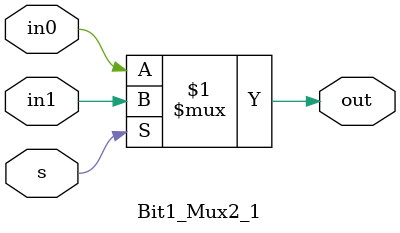
<source format=v>
/**************************************************************************************************
PURPOSE: Given two one bit inputs choose between the two with a select input.
**************************************************************************************************/
module Bit1_Mux2_1 (in0, in1, s, out);
input in0;
input in1;
input s;

output out;

assign out = s ? in1 : in0;

endmodule

</source>
